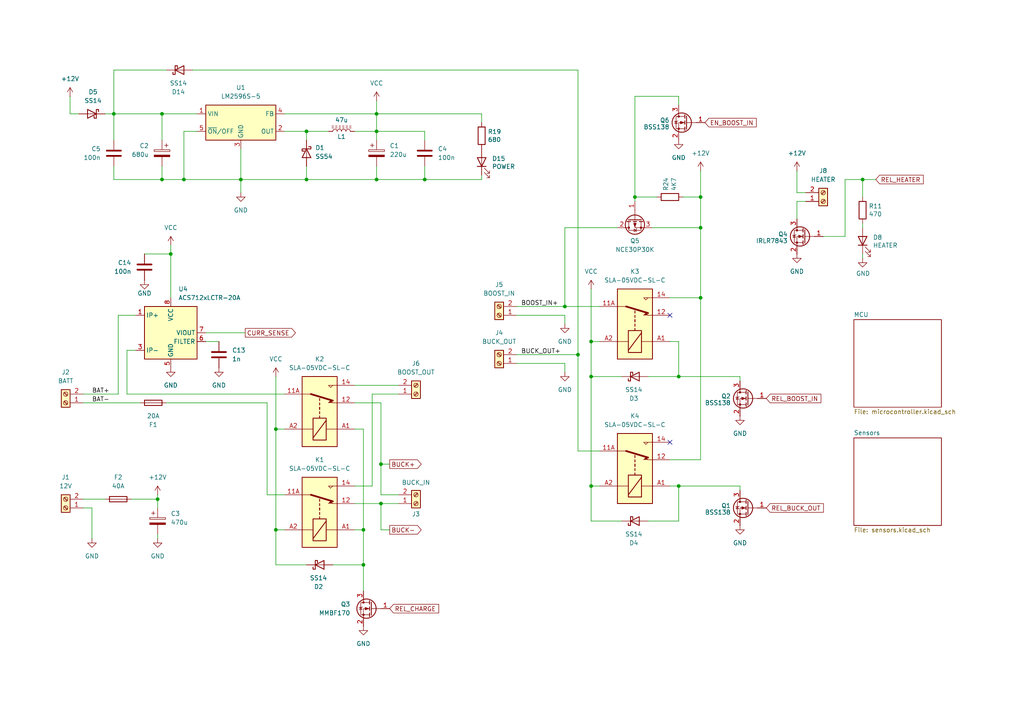
<source format=kicad_sch>
(kicad_sch (version 20231120) (generator "eeschema") (generator_version "8.0")
  (paper "A4")
  (title_block (date "2025-01-05") (rev "1.1"))
  (lib_symbols
    (symbol "Connector:Screw_Terminal_01x02" (pin_names (offset 1.016) hide)
      (property "Reference" "J" (at 0 2.54 0))
      (property "Value" "Screw_Terminal_01x02" (at 0 -5.08 0))
      (symbol "Screw_Terminal_01x02_1_1"
        (rectangle (start -1.27 1.27) (end 1.27 -3.81) (stroke (width 0.254)) (fill (type background)))
        (circle (center 0 -2.54) (radius 0.635) (stroke (width 0.1524)))
        (polyline (pts (xy -0.5334 -2.2098) (xy 0.3302 -3.048)) (stroke (width 0.1524)))
        (polyline (pts (xy -0.5334 0.3302) (xy 0.3302 -0.508)) (stroke (width 0.1524)))
        (polyline (pts (xy -0.3556 -2.032) (xy 0.508 -2.8702)) (stroke (width 0.1524)))
        (polyline (pts (xy -0.3556 0.508) (xy 0.508 -0.3302)) (stroke (width 0.1524)))
        (circle (center 0 0) (radius 0.635) (stroke (width 0.1524)))
        (pin passive line (at -5.08 0 0) (length 3.81) (name "Pin_1") (number "1"))
        (pin passive line (at -5.08 -2.54 0) (length 3.81) (name "Pin_2") (number "2"))
      )
    )
    (symbol "Device:C" (pin_numbers hide) (pin_names (offset 0.254))
      (property "Reference" "C" (at 0.635 2.54 0))
      (property "Value" "C" (at 0.635 -2.54 0))
      (symbol "C_0_1"
        (polyline (pts (xy -2.032 -0.762) (xy 2.032 -0.762)) (stroke (width 0.508)))
        (polyline (pts (xy -2.032 0.762) (xy 2.032 0.762)) (stroke (width 0.508)))
      )
      (symbol "C_1_1"
        (pin passive line (at 0 3.81 270) (length 2.794) (name "~") (number "1"))
        (pin passive line (at 0 -3.81 90) (length 2.794) (name "~") (number "2"))
      )
    )
    (symbol "Device:C_Polarized" (pin_numbers hide) (pin_names (offset 0.254))
      (property "Reference" "C" (at 0.635 2.54 0))
      (property "Value" "C_Polarized" (at 0.635 -2.54 0))
      (symbol "C_Polarized_0_1"
        (rectangle (start -2.286 0.508) (end 2.286 1.016))
        (polyline (pts (xy -1.778 2.286) (xy -0.762 2.286)))
        (polyline (pts (xy -1.27 2.794) (xy -1.27 1.778)))
        (rectangle (start 2.286 -0.508) (end -2.286 -1.016) (fill (type outline)))
      )
      (symbol "C_Polarized_1_1"
        (pin passive line (at 0 3.81 270) (length 2.794) (name "~") (number "1"))
        (pin passive line (at 0 -3.81 90) (length 2.794) (name "~") (number "2"))
      )
    )
    (symbol "Device:D_Schottky" (pin_numbers hide) (pin_names (offset 1.016) hide)
      (property "Reference" "D" (at 0 2.54 0))
      (property "Value" "D_Schottky" (at 0 -2.54 0))
      (symbol "D_Schottky_0_1"
        (polyline (pts (xy 1.27 0) (xy -1.27 0)))
        (polyline (pts (xy 1.27 1.27) (xy 1.27 -1.27) (xy -1.27 0) (xy 1.27 1.27)) (stroke (width 0.254)))
        (polyline (pts (xy -1.905 0.635) (xy -1.905 1.27) (xy -1.27 1.27) (xy -1.27 -1.27) (xy -0.635 -1.27) (xy -0.635 -0.635)) (stroke (width 0.254)))
      )
      (symbol "D_Schottky_1_1"
        (pin passive line (at -3.81 0 0) (length 2.54) (name "K") (number "1"))
        (pin passive line (at 3.81 0 180) (length 2.54) (name "A") (number "2"))
      )
    )
    (symbol "Device:Fuse" (pin_numbers hide) (pin_names (offset 0))
      (property "Reference" "F" (at 2.032 0 90))
      (property "Value" "Fuse" (at -1.905 0 90))
      (symbol "Fuse_0_1"
        (rectangle (start -0.762 -2.54) (end 0.762 2.54) (stroke (width 0.254)))
        (polyline (pts (xy 0 2.54) (xy 0 -2.54)))
      )
      (symbol "Fuse_1_1"
        (pin passive line (at 0 3.81 270) (length 1.27) (name "~") (number "1"))
        (pin passive line (at 0 -3.81 90) (length 1.27) (name "~") (number "2"))
      )
    )
    (symbol "Device:LED" (pin_numbers hide) (pin_names (offset 1.016) hide)
      (property "Reference" "D" (at 0 2.54 0))
      (property "Value" "LED" (at 0 -2.54 0))
      (symbol "LED_0_1"
        (polyline (pts (xy -1.27 -1.27) (xy -1.27 1.27)) (stroke (width 0.254)))
        (polyline (pts (xy -1.27 0) (xy 1.27 0)))
        (polyline (pts (xy 1.27 -1.27) (xy 1.27 1.27) (xy -1.27 0) (xy 1.27 -1.27)) (stroke (width 0.254)))
        (polyline (pts (xy -3.048 -0.762) (xy -4.572 -2.286) (xy -3.81 -2.286) (xy -4.572 -2.286) (xy -4.572 -1.524)))
        (polyline (pts (xy -1.778 -0.762) (xy -3.302 -2.286) (xy -2.54 -2.286) (xy -3.302 -2.286) (xy -3.302 -1.524)))
      )
      (symbol "LED_1_1"
        (pin passive line (at -3.81 0 0) (length 2.54) (name "K") (number "1"))
        (pin passive line (at 3.81 0 180) (length 2.54) (name "A") (number "2"))
      )
    )
    (symbol "Device:L_Ferrite" (pin_numbers hide) (pin_names (offset 1.016) hide)
      (property "Reference" "L" (at -1.27 0 90))
      (property "Value" "L_Ferrite" (at 2.794 0 90))
      (symbol "L_Ferrite_0_1"
        (arc (start 0 -2.54) (mid 0.6323 -1.905) (end 0 -1.27))
        (arc (start 0 -1.27) (mid 0.6323 -0.635) (end 0 0))
        (polyline (pts (xy 1.016 -2.794) (xy 1.016 -2.286)))
        (polyline (pts (xy 1.016 -1.778) (xy 1.016 -1.27)))
        (polyline (pts (xy 1.016 -0.762) (xy 1.016 -0.254)))
        (polyline (pts (xy 1.016 0.254) (xy 1.016 0.762)))
        (polyline (pts (xy 1.016 1.27) (xy 1.016 1.778)))
        (polyline (pts (xy 1.016 2.286) (xy 1.016 2.794)))
        (polyline (pts (xy 1.524 -2.286) (xy 1.524 -2.794)))
        (polyline (pts (xy 1.524 -1.27) (xy 1.524 -1.778)))
        (polyline (pts (xy 1.524 -0.254) (xy 1.524 -0.762)))
        (polyline (pts (xy 1.524 0.762) (xy 1.524 0.254)))
        (polyline (pts (xy 1.524 1.778) (xy 1.524 1.27)))
        (polyline (pts (xy 1.524 2.794) (xy 1.524 2.286)))
        (arc (start 0 0) (mid 0.6323 0.635) (end 0 1.27))
        (arc (start 0 1.27) (mid 0.6323 1.905) (end 0 2.54))
      )
      (symbol "L_Ferrite_1_1"
        (pin passive line (at 0 3.81 270) (length 1.27) (name "1") (number "1"))
        (pin passive line (at 0 -3.81 90) (length 1.27) (name "2") (number "2"))
      )
    )
    (symbol "Device:R" (pin_numbers hide) (pin_names (offset 0))
      (property "Reference" "R" (at 2.032 0 90))
      (property "Value" "R" (at 0 0 90))
      (symbol "R_0_1"
        (rectangle (start -1.016 -2.54) (end 1.016 2.54) (stroke (width 0.254)))
      )
      (symbol "R_1_1"
        (pin passive line (at 0 3.81 270) (length 1.27) (name "~") (number "1"))
        (pin passive line (at 0 -3.81 90) (length 1.27) (name "~") (number "2"))
      )
    )
    (symbol "Regulator_Switching:LM2596S-5"
      (property "Reference" "U" (at -10.16 6.35 0))
      (property "Value" "LM2596S-5" (at 0 6.35 0))
      (symbol "LM2596S-5_0_1"
        (rectangle (start -10.16 5.08) (end 10.16 -5.08) (stroke (width 0.254)) (fill (type background)))
      )
      (symbol "LM2596S-5_1_1"
        (pin power_in line (at -12.7 2.54 0) (length 2.54) (name "VIN") (number "1"))
        (pin output line (at 12.7 -2.54 180) (length 2.54) (name "OUT") (number "2"))
        (pin power_in line (at 0 -7.62 90) (length 2.54) (name "GND") (number "3"))
        (pin input line (at 12.7 2.54 180) (length 2.54) (name "FB") (number "4"))
        (pin input line (at -12.7 -2.54 0) (length 2.54) (name "~{ON}/OFF") (number "5"))
      )
    )
    (symbol "Relay:RAYEX-L90"
      (property "Reference" "K" (at 11.43 3.81 0))
      (property "Value" "RAYEX-L90" (at 11.43 1.27 0))
      (symbol "RAYEX-L90_1_0"
        (polyline (pts (xy 2.54 3.81) (xy 2.54 5.08)))
        (polyline (pts (xy 7.62 3.81) (xy 7.62 5.08)))
        (polyline (pts (xy 7.62 3.81) (xy 7.62 2.54) (xy 6.985 3.175) (xy 7.62 3.81)))
      )
      (symbol "RAYEX-L90_1_1"
        (rectangle (start -10.16 5.08) (end 10.16 -5.08) (stroke (width 0.254)) (fill (type background)))
        (rectangle (start -8.255 1.905) (end -1.905 -1.905) (stroke (width 0.254)))
        (polyline (pts (xy -7.62 -1.905) (xy -2.54 1.905)) (stroke (width 0.254)))
        (polyline (pts (xy -5.08 -5.08) (xy -5.08 -1.905)))
        (polyline (pts (xy -5.08 5.08) (xy -5.08 1.905)))
        (polyline (pts (xy -1.905 0) (xy -1.27 0)) (stroke (width 0.254)))
        (polyline (pts (xy -0.635 0) (xy 0 0)) (stroke (width 0.254)))
        (polyline (pts (xy 0.635 0) (xy 1.27 0)) (stroke (width 0.254)))
        (polyline (pts (xy 0.635 0) (xy 1.27 0)) (stroke (width 0.254)))
        (polyline (pts (xy 1.905 0) (xy 2.54 0)) (stroke (width 0.254)))
        (polyline (pts (xy 3.175 0) (xy 3.81 0)) (stroke (width 0.254)))
        (polyline (pts (xy 5.08 -2.54) (xy 3.175 3.81)) (stroke (width 0.508)))
        (polyline (pts (xy 5.08 -2.54) (xy 5.08 -5.08)))
        (polyline (pts (xy 2.54 2.54) (xy 3.175 3.175) (xy 2.54 3.81)) (fill (type outline)))
        (pin passive line (at 5.08 -10.16 90) (length 5.08) (name "~") (number "11A"))
        (pin passive line (at 5.08 -10.16 90) (length 5.08) hide (name "~") (number "11B"))
        (pin passive line (at 2.54 10.16 270) (length 5.08) (name "~") (number "12"))
        (pin passive line (at 7.62 10.16 270) (length 5.08) (name "~") (number "14"))
        (pin passive line (at -5.08 10.16 270) (length 5.08) (name "~") (number "A1"))
        (pin passive line (at -5.08 -10.16 90) (length 5.08) (name "~") (number "A2"))
      )
    )
    (symbol "Sensor_Current:ACS712xLCTR-20A"
      (property "Reference" "U" (at 2.54 11.43 0))
      (property "Value" "ACS712xLCTR-20A" (at 2.54 8.89 0))
      (symbol "ACS712xLCTR-20A_0_1"
        (rectangle (start -7.62 7.62) (end 7.62 -7.62) (stroke (width 0.254)) (fill (type background)))
      )
      (symbol "ACS712xLCTR-20A_1_1"
        (pin passive line (at -10.16 5.08 0) (length 2.54) (name "IP+") (number "1"))
        (pin passive line (at -10.16 5.08 0) (length 2.54) hide (name "IP+") (number "2"))
        (pin passive line (at -10.16 -5.08 0) (length 2.54) (name "IP-") (number "3"))
        (pin passive line (at -10.16 -5.08 0) (length 2.54) hide (name "IP-") (number "4"))
        (pin power_in line (at 0 -10.16 90) (length 2.54) (name "GND") (number "5"))
        (pin passive line (at 10.16 -2.54 180) (length 2.54) (name "FILTER") (number "6"))
        (pin output line (at 10.16 0 180) (length 2.54) (name "VIOUT") (number "7"))
        (pin power_in line (at 0 10.16 270) (length 2.54) (name "VCC") (number "8"))
      )
    )
    (symbol "Transistor_FET:BSS138" (pin_names hide)
      (property "Reference" "Q" (at 5.08 1.905 0))
      (property "Value" "BSS138" (at 5.08 0 0))
      (symbol "BSS138_0_1"
        (polyline (pts (xy 0.254 0) (xy -2.54 0)))
        (polyline (pts (xy 0.254 1.905) (xy 0.254 -1.905)) (stroke (width 0.254)))
        (polyline (pts (xy 0.762 -1.27) (xy 0.762 -2.286)) (stroke (width 0.254)))
        (polyline (pts (xy 0.762 0.508) (xy 0.762 -0.508)) (stroke (width 0.254)))
        (polyline (pts (xy 0.762 2.286) (xy 0.762 1.27)) (stroke (width 0.254)))
        (polyline (pts (xy 2.54 2.54) (xy 2.54 1.778)))
        (polyline (pts (xy 2.54 -2.54) (xy 2.54 0) (xy 0.762 0)))
        (polyline (pts (xy 0.762 -1.778) (xy 3.302 -1.778) (xy 3.302 1.778) (xy 0.762 1.778)))
        (polyline (pts (xy 1.016 0) (xy 2.032 0.381) (xy 2.032 -0.381) (xy 1.016 0)) (fill (type outline)))
        (polyline (pts (xy 2.794 0.508) (xy 2.921 0.381) (xy 3.683 0.381) (xy 3.81 0.254)))
        (polyline (pts (xy 3.302 0.381) (xy 2.921 -0.254) (xy 3.683 -0.254) (xy 3.302 0.381)))
        (circle (center 1.651 0) (radius 2.794) (stroke (width 0.254)))
        (circle (center 2.54 -1.778) (radius 0.254) (fill (type outline)))
        (circle (center 2.54 1.778) (radius 0.254) (fill (type outline)))
      )
      (symbol "BSS138_1_1"
        (pin input line (at -5.08 0 0) (length 2.54) (name "G") (number "1"))
        (pin passive line (at 2.54 -5.08 90) (length 2.54) (name "S") (number "2"))
        (pin passive line (at 2.54 5.08 270) (length 2.54) (name "D") (number "3"))
      )
    )
    (symbol "Transistor_FET:MMBF170" (pin_names hide)
      (property "Reference" "Q" (at 5.08 1.905 0))
      (property "Value" "MMBF170" (at 5.08 0 0))
      (symbol "MMBF170_0_1"
        (polyline (pts (xy 0.254 0) (xy -2.54 0)))
        (polyline (pts (xy 0.254 1.905) (xy 0.254 -1.905)) (stroke (width 0.254)))
        (polyline (pts (xy 0.762 -1.27) (xy 0.762 -2.286)) (stroke (width 0.254)))
        (polyline (pts (xy 0.762 0.508) (xy 0.762 -0.508)) (stroke (width 0.254)))
        (polyline (pts (xy 0.762 2.286) (xy 0.762 1.27)) (stroke (width 0.254)))
        (polyline (pts (xy 2.54 2.54) (xy 2.54 1.778)))
        (polyline (pts (xy 2.54 -2.54) (xy 2.54 0) (xy 0.762 0)))
        (polyline (pts (xy 0.762 -1.778) (xy 3.302 -1.778) (xy 3.302 1.778) (xy 0.762 1.778)))
        (polyline (pts (xy 1.016 0) (xy 2.032 0.381) (xy 2.032 -0.381) (xy 1.016 0)) (fill (type outline)))
        (polyline (pts (xy 2.794 0.508) (xy 2.921 0.381) (xy 3.683 0.381) (xy 3.81 0.254)))
        (polyline (pts (xy 3.302 0.381) (xy 2.921 -0.254) (xy 3.683 -0.254) (xy 3.302 0.381)))
        (circle (center 1.651 0) (radius 2.794) (stroke (width 0.254)))
        (circle (center 2.54 -1.778) (radius 0.254) (fill (type outline)))
        (circle (center 2.54 1.778) (radius 0.254) (fill (type outline)))
      )
      (symbol "MMBF170_1_1"
        (pin input line (at -5.08 0 0) (length 2.54) (name "G") (number "1"))
        (pin passive line (at 2.54 -5.08 90) (length 2.54) (name "S") (number "2"))
        (pin passive line (at 2.54 5.08 270) (length 2.54) (name "D") (number "3"))
      )
    )
    (symbol "Transistor_FET:QM6015D" (pin_names hide)
      (property "Reference" "Q" (at 5.08 1.905 0))
      (property "Value" "QM6015D" (at 5.08 0 0))
      (symbol "QM6015D_0_1"
        (polyline (pts (xy 0.254 0) (xy -2.54 0)))
        (polyline (pts (xy 0.254 1.905) (xy 0.254 -1.905)) (stroke (width 0.254)))
        (polyline (pts (xy 0.762 -1.27) (xy 0.762 -2.286)) (stroke (width 0.254)))
        (polyline (pts (xy 0.762 0.508) (xy 0.762 -0.508)) (stroke (width 0.254)))
        (polyline (pts (xy 0.762 2.286) (xy 0.762 1.27)) (stroke (width 0.254)))
        (polyline (pts (xy 2.54 2.54) (xy 2.54 1.778)))
        (polyline (pts (xy 2.54 -2.54) (xy 2.54 0) (xy 0.762 0)))
        (polyline (pts (xy 0.762 1.778) (xy 3.302 1.778) (xy 3.302 -1.778) (xy 0.762 -1.778)))
        (polyline (pts (xy 2.286 0) (xy 1.27 0.381) (xy 1.27 -0.381) (xy 2.286 0)) (fill (type outline)))
        (polyline (pts (xy 2.794 -0.508) (xy 2.921 -0.381) (xy 3.683 -0.381) (xy 3.81 -0.254)))
        (polyline (pts (xy 3.302 -0.381) (xy 2.921 0.254) (xy 3.683 0.254) (xy 3.302 -0.381)))
        (circle (center 1.651 0) (radius 2.794) (stroke (width 0.254)))
        (circle (center 2.54 -1.778) (radius 0.254) (fill (type outline)))
        (circle (center 2.54 1.778) (radius 0.254) (fill (type outline)))
      )
      (symbol "QM6015D_1_1"
        (pin passive line (at -5.08 0 0) (length 2.54) (name "G") (number "1"))
        (pin passive line (at 2.54 5.08 270) (length 2.54) (name "D") (number "2"))
        (pin passive line (at 2.54 -5.08 90) (length 2.54) (name "S") (number "3"))
      )
    )
    (symbol "power:+12V" (power) (pin_numbers hide) (pin_names (offset 0) hide)
      (property "Value" "+12V" (at 0 3.556 0))
      (symbol "+12V_0_1"
        (polyline (pts (xy -0.762 1.27) (xy 0 2.54)))
        (polyline (pts (xy 0 0) (xy 0 2.54)))
        (polyline (pts (xy 0 2.54) (xy 0.762 1.27)))
      )
      (symbol "+12V_1_1"
        (pin power_in line (at 0 0 90) (length 0) (name "~") (number "1"))
      )
    )
    (symbol "power:GND" (power) (pin_numbers hide) (pin_names (offset 0) hide)
      (property "Value" "GND" (at 0 -3.81 0))
      (symbol "GND_0_1"
        (polyline (pts (xy 0 0) (xy 0 -1.27) (xy 1.27 -1.27) (xy 0 -2.54) (xy -1.27 -1.27) (xy 0 -1.27)))
      )
      (symbol "GND_1_1"
        (pin power_in line (at 0 0 270) (length 0) (name "~") (number "1"))
      )
    )
    (symbol "power:VCC" (power) (pin_numbers hide) (pin_names (offset 0) hide)
      (property "Value" "VCC" (at 0 3.556 0))
      (symbol "VCC_0_1"
        (polyline (pts (xy -0.762 1.27) (xy 0 2.54)))
        (polyline (pts (xy 0 0) (xy 0 2.54)))
        (polyline (pts (xy 0 2.54) (xy 0.762 1.27)))
      )
      (symbol "VCC_1_1"
        (pin power_in line (at 0 0 90) (length 0) (name "~") (number "1"))
      )
    )
  )
  (junction (at 110.49 146.05))
  (junction (at 171.45 140.97))
  (junction (at 196.85 140.97))
  (junction (at 167.64 102.87))
  (junction (at 203.2 86.36))
  (junction (at 109.22 33.02))
  (junction (at 49.53 73.66))
  (junction (at 203.2 66.04))
  (junction (at 80.01 153.67))
  (junction (at 171.45 109.22))
  (junction (at 88.9 38.1))
  (junction (at 46.99 33.02))
  (junction (at 184.15 57.15))
  (junction (at 163.83 88.9))
  (junction (at 109.22 38.1))
  (junction (at 46.99 52.07))
  (junction (at 80.01 124.46))
  (junction (at 110.49 134.62))
  (junction (at 123.19 52.07))
  (junction (at 53.34 52.07))
  (junction (at 88.9 52.07))
  (junction (at 171.45 99.06))
  (junction (at 203.2 57.15))
  (junction (at 105.41 153.67))
  (junction (at 33.02 33.02))
  (junction (at 45.72 144.78))
  (junction (at 105.41 163.83))
  (junction (at 250.19 52.07))
  (junction (at 109.22 52.07))
  (junction (at 196.85 109.22))
  (junction (at 69.85 52.07))
  (no_connect (at 194.31 91.44))
  (no_connect (at 194.31 128.27))
  (wire (pts (xy 180.34 151.13) (xy 171.45 151.13)))
  (wire (pts (xy 82.55 38.1) (xy 88.9 38.1)))
  (wire (pts (xy 33.02 20.32) (xy 33.02 33.02)))
  (wire (pts (xy 184.15 27.94) (xy 184.15 57.15)))
  (wire (pts (xy 33.02 33.02) (xy 46.99 33.02)))
  (wire (pts (xy 110.49 134.62) (xy 113.03 134.62)))
  (wire (pts (xy 196.85 140.97) (xy 194.31 140.97)))
  (wire (pts (xy 34.29 91.44) (xy 39.37 91.44)))
  (wire (pts (xy 48.26 20.32) (xy 33.02 20.32)))
  (wire (pts (xy 69.85 43.18) (xy 69.85 52.07)))
  (wire (pts (xy 231.14 49.53) (xy 231.14 55.88)))
  (wire (pts (xy 33.02 52.07) (xy 46.99 52.07)))
  (wire (pts (xy 82.55 153.67) (xy 80.01 153.67)))
  (wire (pts (xy 245.11 68.58) (xy 245.11 52.07)))
  (wire (pts (xy 163.83 91.44) (xy 163.83 93.98)))
  (wire (pts (xy 231.14 58.42) (xy 231.14 63.5)))
  (wire (pts (xy 123.19 48.26) (xy 123.19 52.07)))
  (wire (pts (xy 149.86 88.9) (xy 163.83 88.9)))
  (wire (pts (xy 105.41 163.83) (xy 105.41 153.67)))
  (wire (pts (xy 173.99 130.81) (xy 167.64 130.81)))
  (wire (pts (xy 196.85 109.22) (xy 196.85 99.06)))
  (wire (pts (xy 107.95 140.97) (xy 102.87 140.97)))
  (wire (pts (xy 88.9 163.83) (xy 80.01 163.83)))
  (wire (pts (xy 189.23 66.04) (xy 203.2 66.04)))
  (wire (pts (xy 110.49 116.84) (xy 102.87 116.84)))
  (wire (pts (xy 107.95 114.3) (xy 107.95 140.97)))
  (wire (pts (xy 30.48 33.02) (xy 33.02 33.02)))
  (wire (pts (xy 123.19 40.64) (xy 123.19 38.1)))
  (wire (pts (xy 167.64 20.32) (xy 167.64 102.87)))
  (wire (pts (xy 110.49 153.67) (xy 110.49 146.05)))
  (wire (pts (xy 187.96 151.13) (xy 196.85 151.13)))
  (wire (pts (xy 82.55 33.02) (xy 109.22 33.02)))
  (wire (pts (xy 53.34 38.1) (xy 53.34 52.07)))
  (wire (pts (xy 34.29 114.3) (xy 34.29 91.44)))
  (wire (pts (xy 190.5 57.15) (xy 184.15 57.15)))
  (wire (pts (xy 149.86 102.87) (xy 167.64 102.87)))
  (wire (pts (xy 171.45 151.13) (xy 171.45 140.97)))
  (wire (pts (xy 57.15 38.1) (xy 53.34 38.1)))
  (wire (pts (xy 214.63 110.49) (xy 214.63 109.22)))
  (wire (pts (xy 46.99 52.07) (xy 53.34 52.07)))
  (wire (pts (xy 45.72 144.78) (xy 45.72 143.51)))
  (wire (pts (xy 36.83 101.6) (xy 36.83 114.3)))
  (wire (pts (xy 88.9 38.1) (xy 88.9 40.64)))
  (wire (pts (xy 105.41 163.83) (xy 105.41 171.45)))
  (wire (pts (xy 36.83 114.3) (xy 82.55 114.3)))
  (wire (pts (xy 110.49 146.05) (xy 115.57 146.05)))
  (wire (pts (xy 46.99 48.26) (xy 46.99 52.07)))
  (wire (pts (xy 250.19 57.15) (xy 250.19 52.07)))
  (wire (pts (xy 48.26 116.84) (xy 77.47 116.84)))
  (wire (pts (xy 20.32 33.02) (xy 22.86 33.02)))
  (wire (pts (xy 167.64 130.81) (xy 167.64 102.87)))
  (wire (pts (xy 245.11 52.07) (xy 250.19 52.07)))
  (wire (pts (xy 196.85 30.48) (xy 196.85 27.94)))
  (wire (pts (xy 24.13 144.78) (xy 30.48 144.78)))
  (wire (pts (xy 196.85 99.06) (xy 194.31 99.06)))
  (wire (pts (xy 33.02 48.26) (xy 33.02 52.07)))
  (wire (pts (xy 250.19 66.04) (xy 250.19 64.77)))
  (wire (pts (xy 88.9 52.07) (xy 69.85 52.07)))
  (wire (pts (xy 59.69 96.52) (xy 71.12 96.52)))
  (wire (pts (xy 203.2 57.15) (xy 203.2 66.04)))
  (wire (pts (xy 102.87 124.46) (xy 105.41 124.46)))
  (wire (pts (xy 149.86 105.41) (xy 163.83 105.41)))
  (wire (pts (xy 38.1 144.78) (xy 45.72 144.78)))
  (wire (pts (xy 109.22 38.1) (xy 109.22 40.64)))
  (wire (pts (xy 203.2 86.36) (xy 194.31 86.36)))
  (wire (pts (xy 102.87 111.76) (xy 115.57 111.76)))
  (wire (pts (xy 187.96 109.22) (xy 196.85 109.22)))
  (wire (pts (xy 24.13 147.32) (xy 26.67 147.32)))
  (wire (pts (xy 80.01 109.22) (xy 80.01 124.46)))
  (wire (pts (xy 109.22 52.07) (xy 88.9 52.07)))
  (wire (pts (xy 113.03 153.67) (xy 110.49 153.67)))
  (wire (pts (xy 39.37 101.6) (xy 36.83 101.6)))
  (wire (pts (xy 102.87 38.1) (xy 109.22 38.1)))
  (wire (pts (xy 105.41 124.46) (xy 105.41 153.67)))
  (wire (pts (xy 198.12 57.15) (xy 203.2 57.15)))
  (wire (pts (xy 173.99 99.06) (xy 171.45 99.06)))
  (wire (pts (xy 123.19 52.07) (xy 139.7 52.07)))
  (wire (pts (xy 46.99 33.02) (xy 57.15 33.02)))
  (wire (pts (xy 41.91 73.66) (xy 49.53 73.66)))
  (wire (pts (xy 53.34 52.07) (xy 69.85 52.07)))
  (wire (pts (xy 88.9 38.1) (xy 95.25 38.1)))
  (wire (pts (xy 59.69 99.06) (xy 63.5 99.06)))
  (wire (pts (xy 110.49 146.05) (xy 102.87 146.05)))
  (wire (pts (xy 80.01 124.46) (xy 82.55 124.46)))
  (wire (pts (xy 20.32 27.94) (xy 20.32 33.02)))
  (wire (pts (xy 24.13 114.3) (xy 34.29 114.3)))
  (wire (pts (xy 171.45 109.22) (xy 171.45 140.97)))
  (wire (pts (xy 24.13 116.84) (xy 40.64 116.84)))
  (wire (pts (xy 88.9 48.26) (xy 88.9 52.07)))
  (wire (pts (xy 250.19 52.07) (xy 254 52.07)))
  (wire (pts (xy 139.7 35.56) (xy 139.7 33.02)))
  (wire (pts (xy 46.99 40.64) (xy 46.99 33.02)))
  (wire (pts (xy 115.57 114.3) (xy 107.95 114.3)))
  (wire (pts (xy 96.52 163.83) (xy 105.41 163.83)))
  (wire (pts (xy 33.02 40.64) (xy 33.02 33.02)))
  (wire (pts (xy 110.49 143.51) (xy 115.57 143.51)))
  (wire (pts (xy 109.22 29.21) (xy 109.22 33.02)))
  (wire (pts (xy 69.85 52.07) (xy 69.85 55.88)))
  (wire (pts (xy 203.2 49.53) (xy 203.2 57.15)))
  (wire (pts (xy 110.49 143.51) (xy 110.49 134.62)))
  (wire (pts (xy 196.85 27.94) (xy 184.15 27.94)))
  (wire (pts (xy 49.53 73.66) (xy 49.53 86.36)))
  (wire (pts (xy 123.19 52.07) (xy 109.22 52.07)))
  (wire (pts (xy 123.19 38.1) (xy 109.22 38.1)))
  (wire (pts (xy 139.7 33.02) (xy 109.22 33.02)))
  (wire (pts (xy 238.76 68.58) (xy 245.11 68.58)))
  (wire (pts (xy 250.19 74.93) (xy 250.19 73.66)))
  (wire (pts (xy 203.2 66.04) (xy 203.2 86.36)))
  (wire (pts (xy 163.83 66.04) (xy 163.83 88.9)))
  (wire (pts (xy 26.67 147.32) (xy 26.67 156.21)))
  (wire (pts (xy 45.72 156.21) (xy 45.72 154.94)))
  (wire (pts (xy 180.34 109.22) (xy 171.45 109.22)))
  (wire (pts (xy 179.07 66.04) (xy 163.83 66.04)))
  (wire (pts (xy 203.2 86.36) (xy 203.2 133.35)))
  (wire (pts (xy 82.55 143.51) (xy 77.47 143.51)))
  (wire (pts (xy 110.49 116.84) (xy 110.49 134.62)))
  (wire (pts (xy 163.83 105.41) (xy 163.83 107.95)))
  (wire (pts (xy 184.15 57.15) (xy 184.15 58.42)))
  (wire (pts (xy 80.01 153.67) (xy 80.01 124.46)))
  (wire (pts (xy 109.22 33.02) (xy 109.22 38.1)))
  (wire (pts (xy 203.2 133.35) (xy 194.31 133.35)))
  (wire (pts (xy 49.53 71.12) (xy 49.53 73.66)))
  (wire (pts (xy 149.86 91.44) (xy 163.83 91.44)))
  (wire (pts (xy 77.47 116.84) (xy 77.47 143.51)))
  (wire (pts (xy 196.85 140.97) (xy 214.63 140.97)))
  (wire (pts (xy 171.45 83.82) (xy 171.45 99.06)))
  (wire (pts (xy 196.85 151.13) (xy 196.85 140.97)))
  (wire (pts (xy 109.22 48.26) (xy 109.22 52.07)))
  (wire (pts (xy 139.7 52.07) (xy 139.7 50.8)))
  (wire (pts (xy 45.72 147.32) (xy 45.72 144.78)))
  (wire (pts (xy 214.63 142.24) (xy 214.63 140.97)))
  (wire (pts (xy 55.88 20.32) (xy 167.64 20.32)))
  (wire (pts (xy 231.14 55.88) (xy 233.68 55.88)))
  (wire (pts (xy 171.45 109.22) (xy 171.45 99.06)))
  (wire (pts (xy 231.14 58.42) (xy 233.68 58.42)))
  (wire (pts (xy 105.41 153.67) (xy 102.87 153.67)))
  (wire (pts (xy 196.85 109.22) (xy 214.63 109.22)))
  (wire (pts (xy 173.99 140.97) (xy 171.45 140.97)))
  (wire (pts (xy 80.01 163.83) (xy 80.01 153.67)))
  (wire (pts (xy 163.83 88.9) (xy 173.99 88.9)))
  (label "BAT-" (at 26.67 116.84 0))
  (label "BUCK_OUT+" (at 151.13 102.87 0))
  (label "BAT+" (at 26.67 114.3 0))
  (label "BOOST_IN+" (at 151.13 88.9 0))
  (global_label "BUCK-" (shape output) (at 113.03 153.67 0) (property "Intersheetrefs" "${INTERSHEET_REFS}" (effects (hide yes))))
  (global_label "CURR_SENSE" (shape output) (at 71.12 96.52 0) (property "Intersheetrefs" "${INTERSHEET_REFS}" (effects (hide yes))))
  (global_label "REL_BUCK_OUT" (shape input) (at 222.25 147.32 0) (property "Intersheetrefs" "${INTERSHEET_REFS}" (effects (hide yes))))
  (global_label "EN_BOOST_IN" (shape input) (at 204.47 35.56 0) (property "Intersheetrefs" "${INTERSHEET_REFS}" (effects (hide yes))))
  (global_label "REL_HEATER" (shape input) (at 254 52.07 0) (property "Intersheetrefs" "${INTERSHEET_REFS}" (effects (hide yes))))
  (global_label "REL_CHARGE" (shape input) (at 113.03 176.53 0) (property "Intersheetrefs" "${INTERSHEET_REFS}" (effects (hide yes))))
  (global_label "REL_BOOST_IN" (shape input) (at 222.25 115.57 0) (property "Intersheetrefs" "${INTERSHEET_REFS}" (effects (hide yes))))
  (global_label "BUCK+" (shape output) (at 113.03 134.62 0) (property "Intersheetrefs" "${INTERSHEET_REFS}" (effects (hide yes))))
  (symbol (lib_id "Device:LED") (at 250.19 69.85 90) (unit 1)
    (property "Reference" "D8" (at 253.1872 68.8594 90) (effects (justify right)))
    (property "Value" "HEATER" (at 253.1872 71.1708 90) (effects (justify right)))
    (property "Footprint" "LED_SMD:LED_0805_2012Metric" (effects (hide yes)))
  )
  (symbol (lib_id "power:VCC") (at 109.22 29.21 0) (unit 1)
    (property "Reference" "#PWR02" (effects (hide yes)))
    (property "Value" "VCC" (at 109.22 24.13 0))
    (property "Description" "Power symbol creates a global label with name \"VCC\"" (effects (hide yes)))
  )
  (symbol (lib_id "power:GND") (at 196.85 40.64 0) (unit 1)
    (property "Reference" "#PWR054" (effects (hide yes)))
    (property "Value" "GND" (at 196.85 45.72 0))
    (property "Description" "Power symbol creates a global label with name \"GND\" , ground" (effects (hide yes)))
  )
  (symbol (lib_id "Relay:RAYEX-L90") (at 92.71 148.59 270) (mirror x) (unit 1)
    (property "Reference" "K1" (at 92.71 133.35 90))
    (property "Value" "SLA-05VDC-SL-C" (at 92.71 135.89 90))
    (property "Footprint" "Relay_THT:Relay_SPDT_RAYEX-L90" (effects (hide yes)))
    (property "Datasheet" "https://a3.sofastcdn.com/attachment/7jioKBjnRiiSrjrjknRiwS77gwbf3zmp/L90-SERIES.pdf" (effects (hide yes)))
    (property "Description" "Power relay, SPDT, 30A" (effects (hide yes)))
  )
  (symbol (lib_id "power:GND") (at 26.67 156.21 0) (unit 1)
    (property "Reference" "#PWR04" (effects (hide yes)))
    (property "Value" "GND" (at 26.67 161.29 0))
    (property "Description" "Power symbol creates a global label with name \"GND\" , ground" (effects (hide yes)))
  )
  (symbol (lib_id "power:GND") (at 163.83 107.95 0) (unit 1)
    (property "Reference" "#PWR08" (effects (hide yes)))
    (property "Value" "GND" (at 163.83 113.03 0))
    (property "Description" "Power symbol creates a global label with name \"GND\" , ground" (effects (hide yes)))
  )
  (symbol (lib_id "power:+12V") (at 45.72 143.51 0) (unit 1)
    (property "Reference" "#PWR05" (effects (hide yes)))
    (property "Value" "+12V" (at 45.72 138.43 0))
    (property "Description" "Power symbol creates a global label with name \"+12V\"" (effects (hide yes)))
  )
  (symbol (lib_id "Device:R") (at 139.7 39.37 0) (unit 1)
    (property "Reference" "R19" (at 141.478 38.2016 0) (effects (justify left)))
    (property "Value" "680" (at 141.478 40.513 0) (effects (justify left)))
    (property "Footprint" "Resistor_SMD:R_0805_2012Metric" (effects (hide yes)))
  )
  (symbol (lib_id "Device:Fuse") (at 34.29 144.78 270) (mirror x) (unit 1)
    (property "Reference" "F2" (at 34.29 138.43 90))
    (property "Value" "40A" (at 34.29 140.97 90))
    (property "Footprint" "spetry:Fuseholder_Blade" (effects (hide yes)))
    (property "Description" "Fuse" (effects (hide yes)))
  )
  (symbol (lib_id "power:VCC") (at 80.01 109.22 0) (unit 1)
    (property "Reference" "#PWR06" (effects (hide yes)))
    (property "Value" "VCC" (at 80.01 104.14 0))
    (property "Description" "Power symbol creates a global label with name \"VCC\"" (effects (hide yes)))
  )
  (symbol (lib_id "power:GND") (at 41.91 81.28 0) (unit 1)
    (property "Reference" "#PWR038" (effects (hide yes)))
    (property "Value" "GND" (at 41.91 85.09 0))
    (property "Description" "Power symbol creates a global label with name \"GND\" , ground" (effects (hide yes)))
  )
  (symbol (lib_id "Relay:RAYEX-L90") (at 184.15 135.89 270) (mirror x) (unit 1)
    (property "Reference" "K4" (at 184.15 120.65 90))
    (property "Value" "SLA-05VDC-SL-C" (at 184.15 123.19 90))
    (property "Footprint" "Relay_THT:Relay_SPDT_RAYEX-L90" (effects (hide yes)))
    (property "Datasheet" "https://a3.sofastcdn.com/attachment/7jioKBjnRiiSrjrjknRiwS77gwbf3zmp/L90-SERIES.pdf" (effects (hide yes)))
    (property "Description" "Power relay, SPDT, 30A" (effects (hide yes)))
  )
  (symbol (lib_id "Regulator_Switching:LM2596S-5") (at 69.85 35.56 0) (unit 1)
    (property "Reference" "U1" (at 69.85 25.4 0))
    (property "Value" "LM2596S-5" (at 69.85 27.94 0))
    (property "Footprint" "Package_TO_SOT_SMD:TO-263-5_TabPin3" (effects (hide yes)))
    (property "Datasheet" "http://www.ti.com/lit/ds/symlink/lm2596.pdf" (effects (hide yes)))
    (property "Description" "5V 3A Step-Down Voltage Regulator, TO-263" (effects (hide yes)))
  )
  (symbol (lib_id "Transistor_FET:BSS138") (at 199.39 35.56 0) (mirror y) (unit 1)
    (property "Reference" "Q6" (at 194.183 34.9163 0) (effects (justify left)))
    (property "Value" "BSS138" (at 194.183 36.8373 0) (effects (justify left)))
    (property "Footprint" "Package_TO_SOT_SMD:SOT-23" (effects (hide yes)))
    (property "Datasheet" "https://www.onsemi.com/pub/Collateral/BSS138-D.PDF" (effects (hide yes)))
  )
  (symbol (lib_id "Connector:Screw_Terminal_01x02") (at 19.05 147.32 180) (unit 1)
    (property "Reference" "J1" (at 19.05 138.43 0))
    (property "Value" "12V" (at 19.05 140.97 0))
    (property "Footprint" "spetry:KF7.62_2P" (effects (hide yes)))
    (property "Description" "Generic screw terminal, single row, 01x02, script generated (kicad-library-utils/schlib/autogen/connector/)" (effects (hide yes)))
  )
  (symbol (lib_id "power:GND") (at 45.72 156.21 0) (unit 1)
    (property "Reference" "#PWR011" (effects (hide yes)))
    (property "Value" "GND" (at 45.72 161.29 0))
    (property "Description" "Power symbol creates a global label with name \"GND\" , ground" (effects (hide yes)))
  )
  (symbol (lib_id "power:GND") (at 105.41 181.61 0) (unit 1)
    (property "Reference" "#PWR025" (effects (hide yes)))
    (property "Value" "GND" (at 105.41 186.69 0))
    (property "Description" "Power symbol creates a global label with name \"GND\" , ground" (effects (hide yes)))
  )
  (symbol (lib_id "Transistor_FET:BSS138") (at 217.17 147.32 0) (mirror y) (unit 1)
    (property "Reference" "Q1" (at 211.963 146.6763 0) (effects (justify left)))
    (property "Value" "BSS138" (at 211.963 148.5973 0) (effects (justify left)))
    (property "Footprint" "Package_TO_SOT_SMD:SOT-23" (effects (hide yes)))
    (property "Datasheet" "https://www.onsemi.com/pub/Collateral/BSS138-D.PDF" (effects (hide yes)))
  )
  (symbol (lib_id "Device:C_Polarized") (at 46.99 44.45 0) (mirror y) (unit 1)
    (property "Reference" "C2" (at 43.18 42.2909 0) (effects (justify left)))
    (property "Value" "680u" (at 43.18 44.8309 0) (effects (justify left)))
    (property "Footprint" "Capacitor_SMD:CP_Elec_10x10.5" (effects (hide yes)))
    (property "Description" "Polarized capacitor" (effects (hide yes)))
  )
  (symbol (lib_id "Connector:Screw_Terminal_01x02") (at 120.65 114.3 0) (mirror x) (unit 1)
    (property "Reference" "J6" (at 120.65 105.41 0))
    (property "Value" "BOOST_OUT" (at 120.65 107.95 0))
    (property "Footprint" "spetry:KF7.62_2P" (effects (hide yes)))
    (property "Description" "Generic screw terminal, single row, 01x02, script generated (kicad-library-utils/schlib/autogen/connector/)" (effects (hide yes)))
  )
  (symbol (lib_id "power:GND") (at 214.63 152.4 0) (unit 1)
    (property "Reference" "#PWR023" (effects (hide yes)))
    (property "Value" "GND" (at 214.63 157.48 0))
    (property "Description" "Power symbol creates a global label with name \"GND\" , ground" (effects (hide yes)))
  )
  (symbol (lib_id "Relay:RAYEX-L90") (at 92.71 119.38 270) (mirror x) (unit 1)
    (property "Reference" "K2" (at 92.71 104.14 90))
    (property "Value" "SLA-05VDC-SL-C" (at 92.71 106.68 90))
    (property "Footprint" "Relay_THT:Relay_SPDT_RAYEX-L90" (effects (hide yes)))
    (property "Datasheet" "https://a3.sofastcdn.com/attachment/7jioKBjnRiiSrjrjknRiwS77gwbf3zmp/L90-SERIES.pdf" (effects (hide yes)))
    (property "Description" "Power relay, SPDT, 30A" (effects (hide yes)))
  )
  (symbol (lib_id "Device:D_Schottky") (at 88.9 44.45 270) (unit 1)
    (property "Reference" "D1" (at 91.44 42.8624 90) (effects (justify left)))
    (property "Value" "SS54" (at 91.44 45.4024 90) (effects (justify left)))
    (property "Footprint" "Diode_SMD:D_SMB" (effects (hide yes)))
    (property "Description" "Schottky diode" (effects (hide yes)))
  )
  (symbol (lib_id "Device:R") (at 250.19 60.96 0) (unit 1)
    (property "Reference" "R11" (at 251.968 59.7916 0) (effects (justify left)))
    (property "Value" "470" (at 251.968 62.103 0) (effects (justify left)))
    (property "Footprint" "Resistor_SMD:R_0805_2012Metric" (effects (hide yes)))
  )
  (symbol (lib_id "Connector:Screw_Terminal_01x02") (at 144.78 91.44 180) (unit 1)
    (property "Reference" "J5" (at 144.78 82.55 0))
    (property "Value" "BOOST_IN" (at 144.78 85.09 0))
    (property "Footprint" "spetry:KF7.62_2P" (effects (hide yes)))
    (property "Description" "Generic screw terminal, single row, 01x02, script generated (kicad-library-utils/schlib/autogen/connector/)" (effects (hide yes)))
  )
  (symbol (lib_id "power:GND") (at 214.63 120.65 0) (unit 1)
    (property "Reference" "#PWR024" (effects (hide yes)))
    (property "Value" "GND" (at 214.63 125.73 0))
    (property "Description" "Power symbol creates a global label with name \"GND\" , ground" (effects (hide yes)))
  )
  (symbol (lib_id "Device:D_Schottky") (at 184.15 109.22 0) (mirror x) (unit 1)
    (property "Reference" "D3" (at 183.8325 115.57 0))
    (property "Value" "SS14" (at 183.8325 113.03 0))
    (property "Footprint" "Diode_SMD:D_SMA" (effects (hide yes)))
  )
  (symbol (lib_id "Device:C") (at 63.5 102.87 0) (unit 1)
    (property "Reference" "C13" (at 67.31 101.5999 0) (effects (justify left)))
    (property "Value" "1n" (at 67.31 104.1399 0) (effects (justify left)))
    (property "Footprint" "Capacitor_SMD:C_0805_2012Metric" (effects (hide yes)))
    (property "Description" "Unpolarized capacitor" (effects (hide yes)))
  )
  (symbol (lib_id "Device:Fuse") (at 44.45 116.84 90) (mirror x) (unit 1)
    (property "Reference" "F1" (at 44.45 123.19 90))
    (property "Value" "20A" (at 44.45 120.65 90))
    (property "Footprint" "spetry:Fuseholder_Blade" (effects (hide yes)))
    (property "Description" "Fuse" (effects (hide yes)))
  )
  (symbol (lib_id "power:VCC") (at 171.45 83.82 0) (unit 1)
    (property "Reference" "#PWR09" (effects (hide yes)))
    (property "Value" "VCC" (at 171.45 78.74 0))
    (property "Description" "Power symbol creates a global label with name \"VCC\"" (effects (hide yes)))
  )
  (symbol (lib_id "power:GND") (at 231.14 73.66 0) (unit 1)
    (property "Reference" "#PWR029" (effects (hide yes)))
    (property "Value" "GND" (at 231.14 78.74 0))
    (property "Description" "Power symbol creates a global label with name \"GND\" , ground" (effects (hide yes)))
  )
  (symbol (lib_id "Transistor_FET:QM6015D") (at 184.15 63.5 90) (mirror x) (unit 1)
    (property "Reference" "Q5" (at 184.15 69.85 90))
    (property "Value" "NCE30P30K" (at 184.15 72.39 90))
    (property "Footprint" "Package_TO_SOT_SMD:TO-252-2" (effects (hide yes)))
  )
  (symbol (lib_id "power:+12V") (at 20.32 27.94 0) (unit 1)
    (property "Reference" "#PWR03" (effects (hide yes)))
    (property "Value" "+12V" (at 20.32 22.86 0))
    (property "Description" "Power symbol creates a global label with name \"+12V\"" (effects (hide yes)))
  )
  (symbol (lib_id "power:GND") (at 69.85 55.88 0) (unit 1)
    (property "Reference" "#PWR01" (effects (hide yes)))
    (property "Value" "GND" (at 69.85 60.96 0))
    (property "Description" "Power symbol creates a global label with name \"GND\" , ground" (effects (hide yes)))
  )
  (symbol (lib_id "Device:C") (at 123.19 44.45 0) (unit 1)
    (property "Reference" "C4" (at 127 43.1799 0) (effects (justify left)))
    (property "Value" "100n" (at 127 45.7199 0) (effects (justify left)))
    (property "Footprint" "Capacitor_SMD:C_0805_2012Metric" (effects (hide yes)))
    (property "Description" "Unpolarized capacitor" (effects (hide yes)))
  )
  (symbol (lib_id "power:GND") (at 163.83 93.98 0) (unit 1)
    (property "Reference" "#PWR07" (effects (hide yes)))
    (property "Value" "GND" (at 163.83 99.06 0))
    (property "Description" "Power symbol creates a global label with name \"GND\" , ground" (effects (hide yes)))
  )
  (symbol (lib_id "Relay:RAYEX-L90") (at 184.15 93.98 270) (mirror x) (unit 1)
    (property "Reference" "K3" (at 184.15 78.74 90))
    (property "Value" "SLA-05VDC-SL-C" (at 184.15 81.28 90))
    (property "Footprint" "Relay_THT:Relay_SPDT_RAYEX-L90" (effects (hide yes)))
    (property "Datasheet" "https://a3.sofastcdn.com/attachment/7jioKBjnRiiSrjrjknRiwS77gwbf3zmp/L90-SERIES.pdf" (effects (hide yes)))
    (property "Description" "Power relay, SPDT, 30A" (effects (hide yes)))
  )
  (symbol (lib_id "Device:C_Polarized") (at 45.72 151.13 0) (unit 1)
    (property "Reference" "C3" (at 49.53 148.9709 0) (effects (justify left)))
    (property "Value" "470u" (at 49.53 151.5109 0) (effects (justify left)))
    (property "Footprint" "Capacitor_SMD:CP_Elec_8x10.5" (effects (hide yes)))
    (property "Description" "Polarized capacitor" (effects (hide yes)))
  )
  (symbol (lib_id "Device:D_Schottky") (at 52.07 20.32 0) (mirror x) (unit 1)
    (property "Reference" "D14" (at 51.7525 26.67 0))
    (property "Value" "SS14" (at 51.7525 24.13 0))
    (property "Footprint" "Diode_SMD:D_SMA" (effects (hide yes)))
  )
  (symbol (lib_id "Device:C") (at 33.02 44.45 0) (mirror y) (unit 1)
    (property "Reference" "C5" (at 29.21 43.1799 0) (effects (justify left)))
    (property "Value" "100n" (at 29.21 45.7199 0) (effects (justify left)))
    (property "Footprint" "Capacitor_SMD:C_0805_2012Metric" (effects (hide yes)))
    (property "Description" "Unpolarized capacitor" (effects (hide yes)))
  )
  (symbol (lib_id "Device:D_Schottky") (at 184.15 151.13 0) (mirror x) (unit 1)
    (property "Reference" "D4" (at 183.8325 157.48 0))
    (property "Value" "SS14" (at 183.8325 154.94 0))
    (property "Footprint" "Diode_SMD:D_SMA" (effects (hide yes)))
  )
  (symbol (lib_id "power:+12V") (at 231.14 49.53 0) (unit 1)
    (property "Reference" "#PWR027" (effects (hide yes)))
    (property "Value" "+12V" (at 231.14 44.45 0))
    (property "Description" "Power symbol creates a global label with name \"+12V\"" (effects (hide yes)))
  )
  (symbol (lib_id "Connector:Screw_Terminal_01x02") (at 19.05 116.84 180) (unit 1)
    (property "Reference" "J2" (at 19.05 107.95 0))
    (property "Value" "BATT" (at 19.05 110.49 0))
    (property "Footprint" "spetry:KF7.62_2P" (effects (hide yes)))
    (property "Description" "Generic screw terminal, single row, 01x02, script generated (kicad-library-utils/schlib/autogen/connector/)" (effects (hide yes)))
  )
  (symbol (lib_id "Device:C_Polarized") (at 109.22 44.45 0) (unit 1)
    (property "Reference" "C1" (at 113.03 42.2909 0) (effects (justify left)))
    (property "Value" "220u" (at 113.03 44.8309 0) (effects (justify left)))
    (property "Footprint" "Capacitor_SMD:CP_Elec_6.3x7.7" (effects (hide yes)))
    (property "Description" "Polarized capacitor" (effects (hide yes)))
  )
  (symbol (lib_id "Transistor_FET:BSS138") (at 217.17 115.57 0) (mirror y) (unit 1)
    (property "Reference" "Q2" (at 211.963 114.9263 0) (effects (justify left)))
    (property "Value" "BSS138" (at 211.963 116.8473 0) (effects (justify left)))
    (property "Footprint" "Package_TO_SOT_SMD:SOT-23" (effects (hide yes)))
    (property "Datasheet" "https://www.onsemi.com/pub/Collateral/BSS138-D.PDF" (effects (hide yes)))
  )
  (symbol (lib_id "Device:C") (at 41.91 77.47 0) (mirror y) (unit 1)
    (property "Reference" "C14" (at 38.1 76.1999 0) (effects (justify left)))
    (property "Value" "100n" (at 38.1 78.7399 0) (effects (justify left)))
    (property "Footprint" "Capacitor_SMD:C_0805_2012Metric" (effects (hide yes)))
    (property "Description" "Unpolarized capacitor" (effects (hide yes)))
  )
  (symbol (lib_id "Device:R") (at 194.31 57.15 90) (unit 1)
    (property "Reference" "R24" (at 193.1416 55.372 0) (effects (justify left)))
    (property "Value" "4K7" (at 195.453 55.372 0) (effects (justify left)))
    (property "Footprint" "Resistor_SMD:R_0805_2012Metric" (effects (hide yes)))
  )
  (symbol (lib_id "Device:D_Schottky") (at 92.71 163.83 0) (mirror x) (unit 1)
    (property "Reference" "D2" (at 92.3925 170.18 0))
    (property "Value" "SS14" (at 92.3925 167.64 0))
    (property "Footprint" "Diode_SMD:D_SMA" (effects (hide yes)))
  )
  (symbol (lib_id "Transistor_FET:BSS138") (at 233.68 68.58 0) (mirror y) (unit 1)
    (property "Reference" "Q4" (at 228.473 67.9363 0) (effects (justify left)))
    (property "Value" "IRLR7843" (at 228.473 69.8573 0) (effects (justify left)))
    (property "Footprint" "Package_TO_SOT_SMD:TO-252-2" (effects (hide yes)))
    (property "Datasheet" "https://www.onsemi.com/pub/Collateral/BSS138-D.PDF" (effects (hide yes)))
  )
  (symbol (lib_id "power:+12V") (at 203.2 49.53 0) (unit 1)
    (property "Reference" "#PWR010" (effects (hide yes)))
    (property "Value" "+12V" (at 203.2 44.45 0))
    (property "Description" "Power symbol creates a global label with name \"+12V\"" (effects (hide yes)))
  )
  (symbol (lib_id "power:GND") (at 250.19 74.93 0) (unit 1)
    (property "Reference" "#PWR046" (effects (hide yes)))
    (property "Value" "GND" (at 250.317 79.3242 0))
  )
  (symbol (lib_id "Connector:Screw_Terminal_01x02") (at 238.76 58.42 0) (mirror x) (unit 1)
    (property "Reference" "J8" (at 238.76 49.53 0))
    (property "Value" "HEATER" (at 238.76 52.07 0))
    (property "Footprint" "TerminalBlock:TerminalBlock_Altech_AK300-2_P5.00mm" (effects (hide yes)))
    (property "Description" "Generic screw terminal, single row, 01x02, script generated (kicad-library-utils/schlib/autogen/connector/)" (effects (hide yes)))
  )
  (symbol (lib_id "Device:D_Schottky") (at 26.67 33.02 0) (mirror y) (unit 1)
    (property "Reference" "D5" (at 26.9875 26.67 0))
    (property "Value" "SS14" (at 26.9875 29.21 0))
    (property "Footprint" "Diode_SMD:D_SMA" (effects (hide yes)))
  )
  (symbol (lib_id "Sensor_Current:ACS712xLCTR-20A") (at 49.53 96.52 0) (unit 1)
    (property "Reference" "U4" (at 51.7241 83.82 0) (effects (justify left)))
    (property "Value" "ACS712xLCTR-20A" (at 51.7241 86.36 0) (effects (justify left)))
    (property "Footprint" "Package_SO:SOIC-8_3.9x4.9mm_P1.27mm" (effects (hide yes)))
    (property "Datasheet" "http://www.allegromicro.com/~/media/Files/Datasheets/ACS712-Datasheet.ashx?la=en" (effects (hide yes)))
    (property "Description" "±20A Bidirectional Hall-Effect Current Sensor, +5.0V supply, 100mV/A, SOIC-8" (effects (hide yes)))
  )
  (symbol (lib_id "Connector:Screw_Terminal_01x02") (at 120.65 146.05 0) (mirror x) (unit 1)
    (property "Reference" "J3" (at 120.65 149.098 0))
    (property "Value" "BUCK_IN" (at 120.65 139.954 0))
    (property "Footprint" "spetry:KF7.62_2P" (effects (hide yes)))
    (property "Description" "Generic screw terminal, single row, 01x02, script generated (kicad-library-utils/schlib/autogen/connector/)" (effects (hide yes)))
  )
  (symbol (lib_id "Device:L_Ferrite") (at 99.06 38.1 90) (unit 1)
    (property "Reference" "L1" (at 99.06 39.624 90))
    (property "Value" "47u" (at 99.06 34.798 90))
    (property "Footprint" "Inductor_SMD:L_12x12mm_H6mm" (effects (hide yes)))
    (property "Description" "Inductor with ferrite core" (effects (hide yes)))
  )
  (symbol (lib_id "power:GND") (at 49.53 106.68 0) (unit 1)
    (property "Reference" "#PWR036" (effects (hide yes)))
    (property "Value" "GND" (at 49.53 111.76 0))
    (property "Description" "Power symbol creates a global label with name \"GND\" , ground" (effects (hide yes)))
  )
  (symbol (lib_id "Device:LED") (at 139.7 46.99 90) (unit 1)
    (property "Reference" "D15" (at 142.6972 45.9994 90) (effects (justify right)))
    (property "Value" "POWER" (at 142.6972 48.3108 90) (effects (justify right)))
    (property "Footprint" "LED_SMD:LED_0805_2012Metric" (effects (hide yes)))
  )
  (symbol (lib_id "power:VCC") (at 49.53 71.12 0) (unit 1)
    (property "Reference" "#PWR035" (effects (hide yes)))
    (property "Value" "VCC" (at 49.53 66.04 0))
    (property "Description" "Power symbol creates a global label with name \"VCC\"" (effects (hide yes)))
  )
  (symbol (lib_id "Transistor_FET:MMBF170") (at 107.95 176.53 0) (mirror y) (unit 1)
    (property "Reference" "Q3" (at 101.6 175.2599 0) (effects (justify left)))
    (property "Value" "MMBF170" (at 101.6 177.7999 0) (effects (justify left)))
    (property "Footprint" "Package_TO_SOT_SMD:SOT-23" (effects (hide yes)))
    (property "Datasheet" "https://www.diodes.com/assets/Datasheets/ds30104.pdf" (effects (hide yes)))
    (property "Description" "0.5A Id, 60V Vds, N-Channel MOSFET, SOT-23" (effects (hide yes)))
  )
  (symbol (lib_id "power:GND") (at 63.5 106.68 0) (unit 1)
    (property "Reference" "#PWR037" (effects (hide yes)))
    (property "Value" "GND" (at 63.5 111.76 0))
    (property "Description" "Power symbol creates a global label with name \"GND\" , ground" (effects (hide yes)))
  )
  (symbol (lib_id "Connector:Screw_Terminal_01x02") (at 144.78 105.41 180) (unit 1)
    (property "Reference" "J4" (at 144.78 96.52 0))
    (property "Value" "BUCK_OUT" (at 144.78 99.06 0))
    (property "Footprint" "spetry:KF7.62_2P" (effects (hide yes)))
    (property "Description" "Generic screw terminal, single row, 01x02, script generated (kicad-library-utils/schlib/autogen/connector/)" (effects (hide yes)))
  )
  (sheet (at 247.65 127) (size 25.4 25.4) (stroke (width 0.1524))
    (property "Sheetname" "Sensors" (at 247.65 126.2884 0) (effects (justify left bottom)))
    (property "Sheetfile" "sensors.kicad_sch" (at 247.65 152.9846 0) (effects (justify left top)))
  )
  (sheet (at 247.65 92.71) (size 25.4 25.4) (stroke (width 0.1524))
    (property "Sheetname" "MCU" (at 247.65 91.9984 0) (effects (justify left bottom)))
    (property "Sheetfile" "microcontroller.kicad_sch" (at 247.65 118.6946 0) (effects (justify left top)))
  )
)
</source>
